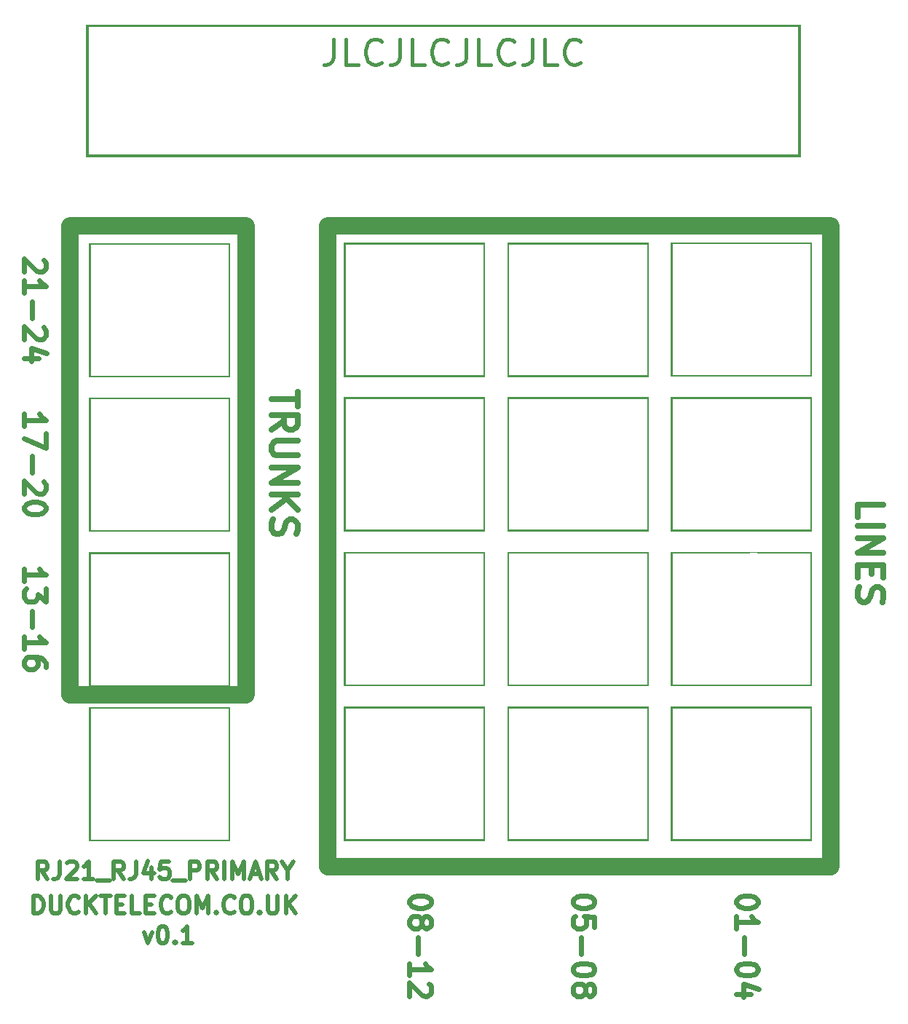
<source format=gto>
%TF.GenerationSoftware,KiCad,Pcbnew,(5.1.10-1-10_14)*%
%TF.CreationDate,2022-02-09T21:22:39+00:00*%
%TF.ProjectId,RJ21_RJ45_PRIMARY_BREAKOUT,524a3231-5f52-44a3-9435-5f5052494d41,rev?*%
%TF.SameCoordinates,Original*%
%TF.FileFunction,Legend,Top*%
%TF.FilePolarity,Positive*%
%FSLAX46Y46*%
G04 Gerber Fmt 4.6, Leading zero omitted, Abs format (unit mm)*
G04 Created by KiCad (PCBNEW (5.1.10-1-10_14)) date 2022-02-09 21:22:39*
%MOMM*%
%LPD*%
G01*
G04 APERTURE LIST*
%ADD10C,0.500000*%
%ADD11C,0.600000*%
%ADD12C,0.700000*%
%ADD13C,2.000000*%
%ADD14C,0.010000*%
%ADD15C,0.400000*%
%ADD16C,3.200000*%
%ADD17C,3.100000*%
%ADD18C,1.600000*%
%ADD19C,4.500000*%
%ADD20C,1.500000*%
G04 APERTURE END LIST*
D10*
X111309523Y-153404761D02*
X111309523Y-151404761D01*
X111785714Y-151404761D01*
X112071428Y-151500000D01*
X112261904Y-151690476D01*
X112357142Y-151880952D01*
X112452380Y-152261904D01*
X112452380Y-152547619D01*
X112357142Y-152928571D01*
X112261904Y-153119047D01*
X112071428Y-153309523D01*
X111785714Y-153404761D01*
X111309523Y-153404761D01*
X113309523Y-151404761D02*
X113309523Y-153023809D01*
X113404761Y-153214285D01*
X113500000Y-153309523D01*
X113690476Y-153404761D01*
X114071428Y-153404761D01*
X114261904Y-153309523D01*
X114357142Y-153214285D01*
X114452380Y-153023809D01*
X114452380Y-151404761D01*
X116547619Y-153214285D02*
X116452380Y-153309523D01*
X116166666Y-153404761D01*
X115976190Y-153404761D01*
X115690476Y-153309523D01*
X115500000Y-153119047D01*
X115404761Y-152928571D01*
X115309523Y-152547619D01*
X115309523Y-152261904D01*
X115404761Y-151880952D01*
X115500000Y-151690476D01*
X115690476Y-151500000D01*
X115976190Y-151404761D01*
X116166666Y-151404761D01*
X116452380Y-151500000D01*
X116547619Y-151595238D01*
X117404761Y-153404761D02*
X117404761Y-151404761D01*
X118547619Y-153404761D02*
X117690476Y-152261904D01*
X118547619Y-151404761D02*
X117404761Y-152547619D01*
X119119047Y-151404761D02*
X120261904Y-151404761D01*
X119690476Y-153404761D02*
X119690476Y-151404761D01*
X120928571Y-152357142D02*
X121595238Y-152357142D01*
X121880952Y-153404761D02*
X120928571Y-153404761D01*
X120928571Y-151404761D01*
X121880952Y-151404761D01*
X123690476Y-153404761D02*
X122738095Y-153404761D01*
X122738095Y-151404761D01*
X124357142Y-152357142D02*
X125023809Y-152357142D01*
X125309523Y-153404761D02*
X124357142Y-153404761D01*
X124357142Y-151404761D01*
X125309523Y-151404761D01*
X127309523Y-153214285D02*
X127214285Y-153309523D01*
X126928571Y-153404761D01*
X126738095Y-153404761D01*
X126452380Y-153309523D01*
X126261904Y-153119047D01*
X126166666Y-152928571D01*
X126071428Y-152547619D01*
X126071428Y-152261904D01*
X126166666Y-151880952D01*
X126261904Y-151690476D01*
X126452380Y-151500000D01*
X126738095Y-151404761D01*
X126928571Y-151404761D01*
X127214285Y-151500000D01*
X127309523Y-151595238D01*
X128547619Y-151404761D02*
X128928571Y-151404761D01*
X129119047Y-151500000D01*
X129309523Y-151690476D01*
X129404761Y-152071428D01*
X129404761Y-152738095D01*
X129309523Y-153119047D01*
X129119047Y-153309523D01*
X128928571Y-153404761D01*
X128547619Y-153404761D01*
X128357142Y-153309523D01*
X128166666Y-153119047D01*
X128071428Y-152738095D01*
X128071428Y-152071428D01*
X128166666Y-151690476D01*
X128357142Y-151500000D01*
X128547619Y-151404761D01*
X130261904Y-153404761D02*
X130261904Y-151404761D01*
X130928571Y-152833333D01*
X131595238Y-151404761D01*
X131595238Y-153404761D01*
X132547619Y-153214285D02*
X132642857Y-153309523D01*
X132547619Y-153404761D01*
X132452380Y-153309523D01*
X132547619Y-153214285D01*
X132547619Y-153404761D01*
X134642857Y-153214285D02*
X134547619Y-153309523D01*
X134261904Y-153404761D01*
X134071428Y-153404761D01*
X133785714Y-153309523D01*
X133595238Y-153119047D01*
X133500000Y-152928571D01*
X133404761Y-152547619D01*
X133404761Y-152261904D01*
X133500000Y-151880952D01*
X133595238Y-151690476D01*
X133785714Y-151500000D01*
X134071428Y-151404761D01*
X134261904Y-151404761D01*
X134547619Y-151500000D01*
X134642857Y-151595238D01*
X135880952Y-151404761D02*
X136261904Y-151404761D01*
X136452380Y-151500000D01*
X136642857Y-151690476D01*
X136738095Y-152071428D01*
X136738095Y-152738095D01*
X136642857Y-153119047D01*
X136452380Y-153309523D01*
X136261904Y-153404761D01*
X135880952Y-153404761D01*
X135690476Y-153309523D01*
X135500000Y-153119047D01*
X135404761Y-152738095D01*
X135404761Y-152071428D01*
X135500000Y-151690476D01*
X135690476Y-151500000D01*
X135880952Y-151404761D01*
X137595238Y-153214285D02*
X137690476Y-153309523D01*
X137595238Y-153404761D01*
X137500000Y-153309523D01*
X137595238Y-153214285D01*
X137595238Y-153404761D01*
X138547619Y-151404761D02*
X138547619Y-153023809D01*
X138642857Y-153214285D01*
X138738095Y-153309523D01*
X138928571Y-153404761D01*
X139309523Y-153404761D01*
X139500000Y-153309523D01*
X139595238Y-153214285D01*
X139690476Y-153023809D01*
X139690476Y-151404761D01*
X140642857Y-153404761D02*
X140642857Y-151404761D01*
X141785714Y-153404761D02*
X140928571Y-152261904D01*
X141785714Y-151404761D02*
X140642857Y-152547619D01*
X124142857Y-155571428D02*
X124619047Y-156904761D01*
X125095238Y-155571428D01*
X126238095Y-154904761D02*
X126428571Y-154904761D01*
X126619047Y-155000000D01*
X126714285Y-155095238D01*
X126809523Y-155285714D01*
X126904761Y-155666666D01*
X126904761Y-156142857D01*
X126809523Y-156523809D01*
X126714285Y-156714285D01*
X126619047Y-156809523D01*
X126428571Y-156904761D01*
X126238095Y-156904761D01*
X126047619Y-156809523D01*
X125952380Y-156714285D01*
X125857142Y-156523809D01*
X125761904Y-156142857D01*
X125761904Y-155666666D01*
X125857142Y-155285714D01*
X125952380Y-155095238D01*
X126047619Y-155000000D01*
X126238095Y-154904761D01*
X127761904Y-156714285D02*
X127857142Y-156809523D01*
X127761904Y-156904761D01*
X127666666Y-156809523D01*
X127761904Y-156714285D01*
X127761904Y-156904761D01*
X129761904Y-156904761D02*
X128619047Y-156904761D01*
X129190476Y-156904761D02*
X129190476Y-154904761D01*
X129000000Y-155190476D01*
X128809523Y-155380952D01*
X128619047Y-155476190D01*
X112928571Y-149404761D02*
X112261904Y-148452380D01*
X111785714Y-149404761D02*
X111785714Y-147404761D01*
X112547619Y-147404761D01*
X112738095Y-147500000D01*
X112833333Y-147595238D01*
X112928571Y-147785714D01*
X112928571Y-148071428D01*
X112833333Y-148261904D01*
X112738095Y-148357142D01*
X112547619Y-148452380D01*
X111785714Y-148452380D01*
X114357142Y-147404761D02*
X114357142Y-148833333D01*
X114261904Y-149119047D01*
X114071428Y-149309523D01*
X113785714Y-149404761D01*
X113595238Y-149404761D01*
X115214285Y-147595238D02*
X115309523Y-147500000D01*
X115500000Y-147404761D01*
X115976190Y-147404761D01*
X116166666Y-147500000D01*
X116261904Y-147595238D01*
X116357142Y-147785714D01*
X116357142Y-147976190D01*
X116261904Y-148261904D01*
X115119047Y-149404761D01*
X116357142Y-149404761D01*
X118261904Y-149404761D02*
X117119047Y-149404761D01*
X117690476Y-149404761D02*
X117690476Y-147404761D01*
X117500000Y-147690476D01*
X117309523Y-147880952D01*
X117119047Y-147976190D01*
X118642857Y-149595238D02*
X120166666Y-149595238D01*
X121785714Y-149404761D02*
X121119047Y-148452380D01*
X120642857Y-149404761D02*
X120642857Y-147404761D01*
X121404761Y-147404761D01*
X121595238Y-147500000D01*
X121690476Y-147595238D01*
X121785714Y-147785714D01*
X121785714Y-148071428D01*
X121690476Y-148261904D01*
X121595238Y-148357142D01*
X121404761Y-148452380D01*
X120642857Y-148452380D01*
X123214285Y-147404761D02*
X123214285Y-148833333D01*
X123119047Y-149119047D01*
X122928571Y-149309523D01*
X122642857Y-149404761D01*
X122452380Y-149404761D01*
X125023809Y-148071428D02*
X125023809Y-149404761D01*
X124547619Y-147309523D02*
X124071428Y-148738095D01*
X125309523Y-148738095D01*
X127023809Y-147404761D02*
X126071428Y-147404761D01*
X125976190Y-148357142D01*
X126071428Y-148261904D01*
X126261904Y-148166666D01*
X126738095Y-148166666D01*
X126928571Y-148261904D01*
X127023809Y-148357142D01*
X127119047Y-148547619D01*
X127119047Y-149023809D01*
X127023809Y-149214285D01*
X126928571Y-149309523D01*
X126738095Y-149404761D01*
X126261904Y-149404761D01*
X126071428Y-149309523D01*
X125976190Y-149214285D01*
X127500000Y-149595238D02*
X129023809Y-149595238D01*
X129500000Y-149404761D02*
X129500000Y-147404761D01*
X130261904Y-147404761D01*
X130452380Y-147500000D01*
X130547619Y-147595238D01*
X130642857Y-147785714D01*
X130642857Y-148071428D01*
X130547619Y-148261904D01*
X130452380Y-148357142D01*
X130261904Y-148452380D01*
X129500000Y-148452380D01*
X132642857Y-149404761D02*
X131976190Y-148452380D01*
X131500000Y-149404761D02*
X131500000Y-147404761D01*
X132261904Y-147404761D01*
X132452380Y-147500000D01*
X132547619Y-147595238D01*
X132642857Y-147785714D01*
X132642857Y-148071428D01*
X132547619Y-148261904D01*
X132452380Y-148357142D01*
X132261904Y-148452380D01*
X131500000Y-148452380D01*
X133500000Y-149404761D02*
X133500000Y-147404761D01*
X134452380Y-149404761D02*
X134452380Y-147404761D01*
X135119047Y-148833333D01*
X135785714Y-147404761D01*
X135785714Y-149404761D01*
X136642857Y-148833333D02*
X137595238Y-148833333D01*
X136452380Y-149404761D02*
X137119047Y-147404761D01*
X137785714Y-149404761D01*
X139595238Y-149404761D02*
X138928571Y-148452380D01*
X138452380Y-149404761D02*
X138452380Y-147404761D01*
X139214285Y-147404761D01*
X139404761Y-147500000D01*
X139500000Y-147595238D01*
X139595238Y-147785714D01*
X139595238Y-148071428D01*
X139500000Y-148261904D01*
X139404761Y-148357142D01*
X139214285Y-148452380D01*
X138452380Y-148452380D01*
X140833333Y-148452380D02*
X140833333Y-149404761D01*
X140166666Y-147404761D02*
X140833333Y-148452380D01*
X141500000Y-147404761D01*
D11*
X110217040Y-114786589D02*
X110217040Y-113358017D01*
X110217040Y-114072303D02*
X112717040Y-114072303D01*
X112359897Y-113834208D01*
X112121802Y-113596112D01*
X112002754Y-113358017D01*
X112717040Y-115619922D02*
X112717040Y-117167541D01*
X111764659Y-116334208D01*
X111764659Y-116691351D01*
X111645612Y-116929446D01*
X111526564Y-117048493D01*
X111288469Y-117167541D01*
X110693231Y-117167541D01*
X110455135Y-117048493D01*
X110336088Y-116929446D01*
X110217040Y-116691351D01*
X110217040Y-115977065D01*
X110336088Y-115738970D01*
X110455135Y-115619922D01*
X111169421Y-118238970D02*
X111169421Y-120143731D01*
X110217040Y-122643731D02*
X110217040Y-121215160D01*
X110217040Y-121929446D02*
X112717040Y-121929446D01*
X112359897Y-121691351D01*
X112121802Y-121453255D01*
X112002754Y-121215160D01*
X112717040Y-124786589D02*
X112717040Y-124310398D01*
X112597993Y-124072303D01*
X112478945Y-123953255D01*
X112121802Y-123715160D01*
X111645612Y-123596112D01*
X110693231Y-123596112D01*
X110455135Y-123715160D01*
X110336088Y-123834208D01*
X110217040Y-124072303D01*
X110217040Y-124548493D01*
X110336088Y-124786589D01*
X110455135Y-124905636D01*
X110693231Y-125024684D01*
X111288469Y-125024684D01*
X111526564Y-124905636D01*
X111645612Y-124786589D01*
X111764659Y-124548493D01*
X111764659Y-124072303D01*
X111645612Y-123834208D01*
X111526564Y-123715160D01*
X111288469Y-123596112D01*
X110217040Y-96786589D02*
X110217040Y-95358017D01*
X110217040Y-96072303D02*
X112717040Y-96072303D01*
X112359897Y-95834208D01*
X112121802Y-95596112D01*
X112002754Y-95358017D01*
X112717040Y-97619922D02*
X112717040Y-99286589D01*
X110217040Y-98215160D01*
X111169421Y-100238970D02*
X111169421Y-102143731D01*
X112478945Y-103215160D02*
X112597993Y-103334208D01*
X112717040Y-103572303D01*
X112717040Y-104167541D01*
X112597993Y-104405636D01*
X112478945Y-104524684D01*
X112240850Y-104643731D01*
X112002754Y-104643731D01*
X111645612Y-104524684D01*
X110217040Y-103096112D01*
X110217040Y-104643731D01*
X112717040Y-106191351D02*
X112717040Y-106429446D01*
X112597993Y-106667541D01*
X112478945Y-106786589D01*
X112240850Y-106905636D01*
X111764659Y-107024684D01*
X111169421Y-107024684D01*
X110693231Y-106905636D01*
X110455135Y-106786589D01*
X110336088Y-106667541D01*
X110217040Y-106429446D01*
X110217040Y-106191351D01*
X110336088Y-105953255D01*
X110455135Y-105834208D01*
X110693231Y-105715160D01*
X111169421Y-105596112D01*
X111764659Y-105596112D01*
X112240850Y-105715160D01*
X112478945Y-105834208D01*
X112597993Y-105953255D01*
X112717040Y-106191351D01*
X112478945Y-77428017D02*
X112597993Y-77547065D01*
X112717040Y-77785160D01*
X112717040Y-78380398D01*
X112597993Y-78618493D01*
X112478945Y-78737541D01*
X112240850Y-78856589D01*
X112002754Y-78856589D01*
X111645612Y-78737541D01*
X110217040Y-77308970D01*
X110217040Y-78856589D01*
X110217040Y-81237541D02*
X110217040Y-79808970D01*
X110217040Y-80523255D02*
X112717040Y-80523255D01*
X112359897Y-80285160D01*
X112121802Y-80047065D01*
X112002754Y-79808970D01*
X111169421Y-82308970D02*
X111169421Y-84213731D01*
X112478945Y-85285160D02*
X112597993Y-85404208D01*
X112717040Y-85642303D01*
X112717040Y-86237541D01*
X112597993Y-86475636D01*
X112478945Y-86594684D01*
X112240850Y-86713731D01*
X112002754Y-86713731D01*
X111645612Y-86594684D01*
X110217040Y-85166112D01*
X110217040Y-86713731D01*
X111883707Y-88856589D02*
X110217040Y-88856589D01*
X112836088Y-88261351D02*
X111050373Y-87666112D01*
X111050373Y-89213731D01*
X157521054Y-151953255D02*
X157521054Y-152191351D01*
X157402007Y-152429446D01*
X157282959Y-152548493D01*
X157044864Y-152667541D01*
X156568673Y-152786589D01*
X155973435Y-152786589D01*
X155497245Y-152667541D01*
X155259149Y-152548493D01*
X155140102Y-152429446D01*
X155021054Y-152191351D01*
X155021054Y-151953255D01*
X155140102Y-151715160D01*
X155259149Y-151596112D01*
X155497245Y-151477065D01*
X155973435Y-151358017D01*
X156568673Y-151358017D01*
X157044864Y-151477065D01*
X157282959Y-151596112D01*
X157402007Y-151715160D01*
X157521054Y-151953255D01*
X156449626Y-154215160D02*
X156568673Y-153977065D01*
X156687721Y-153858017D01*
X156925816Y-153738970D01*
X157044864Y-153738970D01*
X157282959Y-153858017D01*
X157402007Y-153977065D01*
X157521054Y-154215160D01*
X157521054Y-154691351D01*
X157402007Y-154929446D01*
X157282959Y-155048493D01*
X157044864Y-155167541D01*
X156925816Y-155167541D01*
X156687721Y-155048493D01*
X156568673Y-154929446D01*
X156449626Y-154691351D01*
X156449626Y-154215160D01*
X156330578Y-153977065D01*
X156211530Y-153858017D01*
X155973435Y-153738970D01*
X155497245Y-153738970D01*
X155259149Y-153858017D01*
X155140102Y-153977065D01*
X155021054Y-154215160D01*
X155021054Y-154691351D01*
X155140102Y-154929446D01*
X155259149Y-155048493D01*
X155497245Y-155167541D01*
X155973435Y-155167541D01*
X156211530Y-155048493D01*
X156330578Y-154929446D01*
X156449626Y-154691351D01*
X155973435Y-156238970D02*
X155973435Y-158143731D01*
X155021054Y-160643731D02*
X155021054Y-159215160D01*
X155021054Y-159929446D02*
X157521054Y-159929446D01*
X157163911Y-159691351D01*
X156925816Y-159453255D01*
X156806768Y-159215160D01*
X157282959Y-161596112D02*
X157402007Y-161715160D01*
X157521054Y-161953255D01*
X157521054Y-162548493D01*
X157402007Y-162786589D01*
X157282959Y-162905636D01*
X157044864Y-163024684D01*
X156806768Y-163024684D01*
X156449626Y-162905636D01*
X155021054Y-161477065D01*
X155021054Y-163024684D01*
X176521054Y-151953255D02*
X176521054Y-152191351D01*
X176402007Y-152429446D01*
X176282959Y-152548493D01*
X176044864Y-152667541D01*
X175568673Y-152786589D01*
X174973435Y-152786589D01*
X174497245Y-152667541D01*
X174259149Y-152548493D01*
X174140102Y-152429446D01*
X174021054Y-152191351D01*
X174021054Y-151953255D01*
X174140102Y-151715160D01*
X174259149Y-151596112D01*
X174497245Y-151477065D01*
X174973435Y-151358017D01*
X175568673Y-151358017D01*
X176044864Y-151477065D01*
X176282959Y-151596112D01*
X176402007Y-151715160D01*
X176521054Y-151953255D01*
X176521054Y-155048493D02*
X176521054Y-153858017D01*
X175330578Y-153738970D01*
X175449626Y-153858017D01*
X175568673Y-154096112D01*
X175568673Y-154691351D01*
X175449626Y-154929446D01*
X175330578Y-155048493D01*
X175092483Y-155167541D01*
X174497245Y-155167541D01*
X174259149Y-155048493D01*
X174140102Y-154929446D01*
X174021054Y-154691351D01*
X174021054Y-154096112D01*
X174140102Y-153858017D01*
X174259149Y-153738970D01*
X174973435Y-156238970D02*
X174973435Y-158143731D01*
X176521054Y-159810398D02*
X176521054Y-160048493D01*
X176402007Y-160286589D01*
X176282959Y-160405636D01*
X176044864Y-160524684D01*
X175568673Y-160643731D01*
X174973435Y-160643731D01*
X174497245Y-160524684D01*
X174259149Y-160405636D01*
X174140102Y-160286589D01*
X174021054Y-160048493D01*
X174021054Y-159810398D01*
X174140102Y-159572303D01*
X174259149Y-159453255D01*
X174497245Y-159334208D01*
X174973435Y-159215160D01*
X175568673Y-159215160D01*
X176044864Y-159334208D01*
X176282959Y-159453255D01*
X176402007Y-159572303D01*
X176521054Y-159810398D01*
X175449626Y-162072303D02*
X175568673Y-161834208D01*
X175687721Y-161715160D01*
X175925816Y-161596112D01*
X176044864Y-161596112D01*
X176282959Y-161715160D01*
X176402007Y-161834208D01*
X176521054Y-162072303D01*
X176521054Y-162548493D01*
X176402007Y-162786589D01*
X176282959Y-162905636D01*
X176044864Y-163024684D01*
X175925816Y-163024684D01*
X175687721Y-162905636D01*
X175568673Y-162786589D01*
X175449626Y-162548493D01*
X175449626Y-162072303D01*
X175330578Y-161834208D01*
X175211530Y-161715160D01*
X174973435Y-161596112D01*
X174497245Y-161596112D01*
X174259149Y-161715160D01*
X174140102Y-161834208D01*
X174021054Y-162072303D01*
X174021054Y-162548493D01*
X174140102Y-162786589D01*
X174259149Y-162905636D01*
X174497245Y-163024684D01*
X174973435Y-163024684D01*
X175211530Y-162905636D01*
X175330578Y-162786589D01*
X175449626Y-162548493D01*
D12*
X141990850Y-92762779D02*
X141990850Y-94477065D01*
X138990850Y-93619922D02*
X141990850Y-93619922D01*
X138990850Y-97191351D02*
X140419421Y-96191351D01*
X138990850Y-95477065D02*
X141990850Y-95477065D01*
X141990850Y-96619922D01*
X141847993Y-96905636D01*
X141705135Y-97048493D01*
X141419421Y-97191351D01*
X140990850Y-97191351D01*
X140705135Y-97048493D01*
X140562278Y-96905636D01*
X140419421Y-96619922D01*
X140419421Y-95477065D01*
X141990850Y-98477065D02*
X139562278Y-98477065D01*
X139276564Y-98619922D01*
X139133707Y-98762779D01*
X138990850Y-99048493D01*
X138990850Y-99619922D01*
X139133707Y-99905636D01*
X139276564Y-100048493D01*
X139562278Y-100191351D01*
X141990850Y-100191351D01*
X138990850Y-101619922D02*
X141990850Y-101619922D01*
X138990850Y-103334208D01*
X141990850Y-103334208D01*
X138990850Y-104762779D02*
X141990850Y-104762779D01*
X138990850Y-106477065D02*
X140705135Y-105191351D01*
X141990850Y-106477065D02*
X140276564Y-104762779D01*
X139133707Y-107619922D02*
X138990850Y-108048493D01*
X138990850Y-108762779D01*
X139133707Y-109048493D01*
X139276564Y-109191351D01*
X139562278Y-109334208D01*
X139847993Y-109334208D01*
X140133707Y-109191351D01*
X140276564Y-109048493D01*
X140419421Y-108762779D01*
X140562278Y-108191351D01*
X140705135Y-107905636D01*
X140847993Y-107762779D01*
X141133707Y-107619922D01*
X141419421Y-107619922D01*
X141705135Y-107762779D01*
X141847993Y-107905636D01*
X141990850Y-108191351D01*
X141990850Y-108905636D01*
X141847993Y-109334208D01*
X207142857Y-107357142D02*
X207142857Y-105928571D01*
X210142857Y-105928571D01*
X207142857Y-108357142D02*
X210142857Y-108357142D01*
X207142857Y-109785714D02*
X210142857Y-109785714D01*
X207142857Y-111500000D01*
X210142857Y-111500000D01*
X208714285Y-112928571D02*
X208714285Y-113928571D01*
X207142857Y-114357142D02*
X207142857Y-112928571D01*
X210142857Y-112928571D01*
X210142857Y-114357142D01*
X207285714Y-115500000D02*
X207142857Y-115928571D01*
X207142857Y-116642857D01*
X207285714Y-116928571D01*
X207428571Y-117071428D01*
X207714285Y-117214285D01*
X208000000Y-117214285D01*
X208285714Y-117071428D01*
X208428571Y-116928571D01*
X208571428Y-116642857D01*
X208714285Y-116071428D01*
X208857142Y-115785714D01*
X209000000Y-115642857D01*
X209285714Y-115500000D01*
X209571428Y-115500000D01*
X209857142Y-115642857D01*
X210000000Y-115785714D01*
X210142857Y-116071428D01*
X210142857Y-116785714D01*
X210000000Y-117214285D01*
D13*
X136000000Y-128000000D02*
X115500000Y-128000000D01*
X136000000Y-73500000D02*
X115500000Y-73500000D01*
X115500000Y-128000000D02*
X115500000Y-73500000D01*
X136000000Y-128000000D02*
X136000000Y-73500000D01*
X145500000Y-148000000D02*
X145500000Y-73500000D01*
X204000000Y-148000000D02*
X204000000Y-73500000D01*
X145500000Y-148000000D02*
X204000000Y-148000000D01*
X145500000Y-73500000D02*
X204000000Y-73500000D01*
D11*
X195521054Y-151953255D02*
X195521054Y-152191351D01*
X195402007Y-152429446D01*
X195282959Y-152548493D01*
X195044864Y-152667541D01*
X194568673Y-152786589D01*
X193973435Y-152786589D01*
X193497245Y-152667541D01*
X193259149Y-152548493D01*
X193140102Y-152429446D01*
X193021054Y-152191351D01*
X193021054Y-151953255D01*
X193140102Y-151715160D01*
X193259149Y-151596112D01*
X193497245Y-151477065D01*
X193973435Y-151358017D01*
X194568673Y-151358017D01*
X195044864Y-151477065D01*
X195282959Y-151596112D01*
X195402007Y-151715160D01*
X195521054Y-151953255D01*
X193021054Y-155167541D02*
X193021054Y-153738970D01*
X193021054Y-154453255D02*
X195521054Y-154453255D01*
X195163911Y-154215160D01*
X194925816Y-153977065D01*
X194806768Y-153738970D01*
X193973435Y-156238970D02*
X193973435Y-158143731D01*
X195521054Y-159810398D02*
X195521054Y-160048493D01*
X195402007Y-160286589D01*
X195282959Y-160405636D01*
X195044864Y-160524684D01*
X194568673Y-160643731D01*
X193973435Y-160643731D01*
X193497245Y-160524684D01*
X193259149Y-160405636D01*
X193140102Y-160286589D01*
X193021054Y-160048493D01*
X193021054Y-159810398D01*
X193140102Y-159572303D01*
X193259149Y-159453255D01*
X193497245Y-159334208D01*
X193973435Y-159215160D01*
X194568673Y-159215160D01*
X195044864Y-159334208D01*
X195282959Y-159453255D01*
X195402007Y-159572303D01*
X195521054Y-159810398D01*
X194687721Y-162786589D02*
X193021054Y-162786589D01*
X195640102Y-162191351D02*
X193854387Y-161596112D01*
X193854387Y-163143731D01*
D14*
%TO.C,J1*%
G36*
X201745674Y-75402017D02*
G01*
X201745674Y-90938351D01*
X185532007Y-90938351D01*
X185532007Y-90811351D01*
X201639841Y-90811351D01*
X201639841Y-75507851D01*
X185532007Y-75507851D01*
X185532007Y-90811351D01*
X185532007Y-90938351D01*
X185405007Y-90938351D01*
X185405007Y-75402017D01*
X201745674Y-75402017D01*
G37*
X201745674Y-75402017D02*
X201745674Y-90938351D01*
X185532007Y-90938351D01*
X185532007Y-90811351D01*
X201639841Y-90811351D01*
X201639841Y-75507851D01*
X185532007Y-75507851D01*
X185532007Y-90811351D01*
X185532007Y-90938351D01*
X185405007Y-90938351D01*
X185405007Y-75402017D01*
X201745674Y-75402017D01*
%TO.C,J2*%
G36*
X201745674Y-93402017D02*
G01*
X201745674Y-108938351D01*
X185532007Y-108938351D01*
X185532007Y-108811351D01*
X201639841Y-108811351D01*
X201639841Y-93507851D01*
X185532007Y-93507851D01*
X185532007Y-108811351D01*
X185532007Y-108938351D01*
X185405007Y-108938351D01*
X185405007Y-93402017D01*
X201745674Y-93402017D01*
G37*
X201745674Y-93402017D02*
X201745674Y-108938351D01*
X185532007Y-108938351D01*
X185532007Y-108811351D01*
X201639841Y-108811351D01*
X201639841Y-93507851D01*
X185532007Y-93507851D01*
X185532007Y-108811351D01*
X185532007Y-108938351D01*
X185405007Y-108938351D01*
X185405007Y-93402017D01*
X201745674Y-93402017D01*
%TO.C,J3*%
G36*
X201745674Y-111402017D02*
G01*
X201745674Y-126938351D01*
X185532007Y-126938351D01*
X185532007Y-126811351D01*
X201639841Y-126811351D01*
X201639841Y-111507851D01*
X185532007Y-111507851D01*
X185532007Y-126811351D01*
X185532007Y-126938351D01*
X185405007Y-126938351D01*
X185405007Y-111402017D01*
X201745674Y-111402017D01*
G37*
X201745674Y-111402017D02*
X201745674Y-126938351D01*
X185532007Y-126938351D01*
X185532007Y-126811351D01*
X201639841Y-126811351D01*
X201639841Y-111507851D01*
X185532007Y-111507851D01*
X185532007Y-126811351D01*
X185532007Y-126938351D01*
X185405007Y-126938351D01*
X185405007Y-111402017D01*
X201745674Y-111402017D01*
%TO.C,J4*%
G36*
X201745674Y-129402017D02*
G01*
X201745674Y-144938351D01*
X185532007Y-144938351D01*
X185532007Y-144811351D01*
X201639841Y-144811351D01*
X201639841Y-129507851D01*
X185532007Y-129507851D01*
X185532007Y-144811351D01*
X185532007Y-144938351D01*
X185405007Y-144938351D01*
X185405007Y-129402017D01*
X201745674Y-129402017D01*
G37*
X201745674Y-129402017D02*
X201745674Y-144938351D01*
X185532007Y-144938351D01*
X185532007Y-144811351D01*
X201639841Y-144811351D01*
X201639841Y-129507851D01*
X185532007Y-129507851D01*
X185532007Y-144811351D01*
X185532007Y-144938351D01*
X185405007Y-144938351D01*
X185405007Y-129402017D01*
X201745674Y-129402017D01*
%TO.C,J5*%
G36*
X182745674Y-75472017D02*
G01*
X182745674Y-91008351D01*
X166532007Y-91008351D01*
X166532007Y-90881351D01*
X182639841Y-90881351D01*
X182639841Y-75577851D01*
X166532007Y-75577851D01*
X166532007Y-90881351D01*
X166532007Y-91008351D01*
X166405007Y-91008351D01*
X166405007Y-75472017D01*
X182745674Y-75472017D01*
G37*
X182745674Y-75472017D02*
X182745674Y-91008351D01*
X166532007Y-91008351D01*
X166532007Y-90881351D01*
X182639841Y-90881351D01*
X182639841Y-75577851D01*
X166532007Y-75577851D01*
X166532007Y-90881351D01*
X166532007Y-91008351D01*
X166405007Y-91008351D01*
X166405007Y-75472017D01*
X182745674Y-75472017D01*
%TO.C,J6*%
G36*
X182745674Y-93402017D02*
G01*
X182745674Y-108938351D01*
X166532007Y-108938351D01*
X166532007Y-108811351D01*
X182639841Y-108811351D01*
X182639841Y-93507851D01*
X166532007Y-93507851D01*
X166532007Y-108811351D01*
X166532007Y-108938351D01*
X166405007Y-108938351D01*
X166405007Y-93402017D01*
X182745674Y-93402017D01*
G37*
X182745674Y-93402017D02*
X182745674Y-108938351D01*
X166532007Y-108938351D01*
X166532007Y-108811351D01*
X182639841Y-108811351D01*
X182639841Y-93507851D01*
X166532007Y-93507851D01*
X166532007Y-108811351D01*
X166532007Y-108938351D01*
X166405007Y-108938351D01*
X166405007Y-93402017D01*
X182745674Y-93402017D01*
%TO.C,J7*%
G36*
X182745674Y-111402017D02*
G01*
X182745674Y-126938351D01*
X166532007Y-126938351D01*
X166532007Y-126811351D01*
X182639841Y-126811351D01*
X182639841Y-111507851D01*
X166532007Y-111507851D01*
X166532007Y-126811351D01*
X166532007Y-126938351D01*
X166405007Y-126938351D01*
X166405007Y-111402017D01*
X182745674Y-111402017D01*
G37*
X182745674Y-111402017D02*
X182745674Y-126938351D01*
X166532007Y-126938351D01*
X166532007Y-126811351D01*
X182639841Y-126811351D01*
X182639841Y-111507851D01*
X166532007Y-111507851D01*
X166532007Y-126811351D01*
X166532007Y-126938351D01*
X166405007Y-126938351D01*
X166405007Y-111402017D01*
X182745674Y-111402017D01*
%TO.C,J8*%
G36*
X182745674Y-129402017D02*
G01*
X182745674Y-144938351D01*
X166532007Y-144938351D01*
X166532007Y-144811351D01*
X182639841Y-144811351D01*
X182639841Y-129507851D01*
X166532007Y-129507851D01*
X166532007Y-144811351D01*
X166532007Y-144938351D01*
X166405007Y-144938351D01*
X166405007Y-129402017D01*
X182745674Y-129402017D01*
G37*
X182745674Y-129402017D02*
X182745674Y-144938351D01*
X166532007Y-144938351D01*
X166532007Y-144811351D01*
X182639841Y-144811351D01*
X182639841Y-129507851D01*
X166532007Y-129507851D01*
X166532007Y-144811351D01*
X166532007Y-144938351D01*
X166405007Y-144938351D01*
X166405007Y-129402017D01*
X182745674Y-129402017D01*
%TO.C,J9*%
G36*
X163745674Y-75472017D02*
G01*
X163745674Y-91008351D01*
X147532007Y-91008351D01*
X147532007Y-90881351D01*
X163639841Y-90881351D01*
X163639841Y-75577851D01*
X147532007Y-75577851D01*
X147532007Y-90881351D01*
X147532007Y-91008351D01*
X147405007Y-91008351D01*
X147405007Y-75472017D01*
X163745674Y-75472017D01*
G37*
X163745674Y-75472017D02*
X163745674Y-91008351D01*
X147532007Y-91008351D01*
X147532007Y-90881351D01*
X163639841Y-90881351D01*
X163639841Y-75577851D01*
X147532007Y-75577851D01*
X147532007Y-90881351D01*
X147532007Y-91008351D01*
X147405007Y-91008351D01*
X147405007Y-75472017D01*
X163745674Y-75472017D01*
%TO.C,J10*%
G36*
X163745674Y-93402017D02*
G01*
X163745674Y-108938351D01*
X147532007Y-108938351D01*
X147532007Y-108811351D01*
X163639841Y-108811351D01*
X163639841Y-93507851D01*
X147532007Y-93507851D01*
X147532007Y-108811351D01*
X147532007Y-108938351D01*
X147405007Y-108938351D01*
X147405007Y-93402017D01*
X163745674Y-93402017D01*
G37*
X163745674Y-93402017D02*
X163745674Y-108938351D01*
X147532007Y-108938351D01*
X147532007Y-108811351D01*
X163639841Y-108811351D01*
X163639841Y-93507851D01*
X147532007Y-93507851D01*
X147532007Y-108811351D01*
X147532007Y-108938351D01*
X147405007Y-108938351D01*
X147405007Y-93402017D01*
X163745674Y-93402017D01*
%TO.C,J11*%
G36*
X163745674Y-111402017D02*
G01*
X163745674Y-126938351D01*
X147532007Y-126938351D01*
X147532007Y-126811351D01*
X163639841Y-126811351D01*
X163639841Y-111507851D01*
X147532007Y-111507851D01*
X147532007Y-126811351D01*
X147532007Y-126938351D01*
X147405007Y-126938351D01*
X147405007Y-111402017D01*
X163745674Y-111402017D01*
G37*
X163745674Y-111402017D02*
X163745674Y-126938351D01*
X147532007Y-126938351D01*
X147532007Y-126811351D01*
X163639841Y-126811351D01*
X163639841Y-111507851D01*
X147532007Y-111507851D01*
X147532007Y-126811351D01*
X147532007Y-126938351D01*
X147405007Y-126938351D01*
X147405007Y-111402017D01*
X163745674Y-111402017D01*
%TO.C,J12*%
G36*
X163745674Y-129402017D02*
G01*
X163745674Y-144938351D01*
X147532007Y-144938351D01*
X147532007Y-144811351D01*
X163639841Y-144811351D01*
X163639841Y-129507851D01*
X147532007Y-129507851D01*
X147532007Y-144811351D01*
X147532007Y-144938351D01*
X147405007Y-144938351D01*
X147405007Y-129402017D01*
X163745674Y-129402017D01*
G37*
X163745674Y-129402017D02*
X163745674Y-144938351D01*
X147532007Y-144938351D01*
X147532007Y-144811351D01*
X163639841Y-144811351D01*
X163639841Y-129507851D01*
X147532007Y-129507851D01*
X147532007Y-144811351D01*
X147532007Y-144938351D01*
X147405007Y-144938351D01*
X147405007Y-129402017D01*
X163745674Y-129402017D01*
%TO.C,J13*%
G36*
X117754326Y-126980685D02*
G01*
X117754326Y-111444351D01*
X133967993Y-111444351D01*
X133967993Y-111571351D01*
X117860159Y-111571351D01*
X117860159Y-126874851D01*
X133967993Y-126874851D01*
X133967993Y-111571351D01*
X133967993Y-111444351D01*
X134094993Y-111444351D01*
X134094993Y-126980685D01*
X117754326Y-126980685D01*
G37*
X117754326Y-126980685D02*
X117754326Y-111444351D01*
X133967993Y-111444351D01*
X133967993Y-111571351D01*
X117860159Y-111571351D01*
X117860159Y-126874851D01*
X133967993Y-126874851D01*
X133967993Y-111571351D01*
X133967993Y-111444351D01*
X134094993Y-111444351D01*
X134094993Y-126980685D01*
X117754326Y-126980685D01*
%TO.C,J14*%
G36*
X117754326Y-108980685D02*
G01*
X117754326Y-93444351D01*
X133967993Y-93444351D01*
X133967993Y-93571351D01*
X117860159Y-93571351D01*
X117860159Y-108874851D01*
X133967993Y-108874851D01*
X133967993Y-93571351D01*
X133967993Y-93444351D01*
X134094993Y-93444351D01*
X134094993Y-108980685D01*
X117754326Y-108980685D01*
G37*
X117754326Y-108980685D02*
X117754326Y-93444351D01*
X133967993Y-93444351D01*
X133967993Y-93571351D01*
X117860159Y-93571351D01*
X117860159Y-108874851D01*
X133967993Y-108874851D01*
X133967993Y-93571351D01*
X133967993Y-93444351D01*
X134094993Y-93444351D01*
X134094993Y-108980685D01*
X117754326Y-108980685D01*
%TO.C,J15*%
G36*
X117754326Y-91050685D02*
G01*
X117754326Y-75514351D01*
X133967993Y-75514351D01*
X133967993Y-75641351D01*
X117860159Y-75641351D01*
X117860159Y-90944851D01*
X133967993Y-90944851D01*
X133967993Y-75641351D01*
X133967993Y-75514351D01*
X134094993Y-75514351D01*
X134094993Y-91050685D01*
X117754326Y-91050685D01*
G37*
X117754326Y-91050685D02*
X117754326Y-75514351D01*
X133967993Y-75514351D01*
X133967993Y-75641351D01*
X117860159Y-75641351D01*
X117860159Y-90944851D01*
X133967993Y-90944851D01*
X133967993Y-75641351D01*
X133967993Y-75514351D01*
X134094993Y-75514351D01*
X134094993Y-91050685D01*
X117754326Y-91050685D01*
%TO.C,J17*%
G36*
X200450164Y-65420160D02*
G01*
X117434497Y-65420160D01*
X117434497Y-50307160D01*
X117646164Y-50307160D01*
X117646164Y-65187327D01*
X200217331Y-65187327D01*
X200217331Y-50307160D01*
X117646164Y-50307160D01*
X117434497Y-50307160D01*
X117434497Y-50095493D01*
X200450164Y-50095493D01*
X200450164Y-65420160D01*
G37*
X200450164Y-65420160D02*
X117434497Y-65420160D01*
X117434497Y-50307160D01*
X117646164Y-50307160D01*
X117646164Y-65187327D01*
X200217331Y-65187327D01*
X200217331Y-50307160D01*
X117646164Y-50307160D01*
X117434497Y-50307160D01*
X117434497Y-50095493D01*
X200450164Y-50095493D01*
X200450164Y-65420160D01*
%TO.C,J16*%
G36*
X117754326Y-144980685D02*
G01*
X117754326Y-129444351D01*
X133967993Y-129444351D01*
X133967993Y-129571351D01*
X117860159Y-129571351D01*
X117860159Y-144874851D01*
X133967993Y-144874851D01*
X133967993Y-129571351D01*
X133967993Y-129444351D01*
X134094993Y-129444351D01*
X134094993Y-144980685D01*
X117754326Y-144980685D01*
G37*
X117754326Y-144980685D02*
X117754326Y-129444351D01*
X133967993Y-129444351D01*
X133967993Y-129571351D01*
X117860159Y-129571351D01*
X117860159Y-144874851D01*
X133967993Y-144874851D01*
X133967993Y-129571351D01*
X133967993Y-129444351D01*
X134094993Y-129444351D01*
X134094993Y-144980685D01*
X117754326Y-144980685D01*
%TO.C,J17*%
D15*
X146182857Y-51787142D02*
X146182857Y-53930000D01*
X146040000Y-54358571D01*
X145754285Y-54644285D01*
X145325714Y-54787142D01*
X145040000Y-54787142D01*
X149040000Y-54787142D02*
X147611428Y-54787142D01*
X147611428Y-51787142D01*
X151754285Y-54501428D02*
X151611428Y-54644285D01*
X151182857Y-54787142D01*
X150897142Y-54787142D01*
X150468571Y-54644285D01*
X150182857Y-54358571D01*
X150040000Y-54072857D01*
X149897142Y-53501428D01*
X149897142Y-53072857D01*
X150040000Y-52501428D01*
X150182857Y-52215714D01*
X150468571Y-51930000D01*
X150897142Y-51787142D01*
X151182857Y-51787142D01*
X151611428Y-51930000D01*
X151754285Y-52072857D01*
X153897142Y-51787142D02*
X153897142Y-53930000D01*
X153754285Y-54358571D01*
X153468571Y-54644285D01*
X153040000Y-54787142D01*
X152754285Y-54787142D01*
X156754285Y-54787142D02*
X155325714Y-54787142D01*
X155325714Y-51787142D01*
X159468571Y-54501428D02*
X159325714Y-54644285D01*
X158897142Y-54787142D01*
X158611428Y-54787142D01*
X158182857Y-54644285D01*
X157897142Y-54358571D01*
X157754285Y-54072857D01*
X157611428Y-53501428D01*
X157611428Y-53072857D01*
X157754285Y-52501428D01*
X157897142Y-52215714D01*
X158182857Y-51930000D01*
X158611428Y-51787142D01*
X158897142Y-51787142D01*
X159325714Y-51930000D01*
X159468571Y-52072857D01*
X161611428Y-51787142D02*
X161611428Y-53930000D01*
X161468571Y-54358571D01*
X161182857Y-54644285D01*
X160754285Y-54787142D01*
X160468571Y-54787142D01*
X164468571Y-54787142D02*
X163040000Y-54787142D01*
X163040000Y-51787142D01*
X167182857Y-54501428D02*
X167040000Y-54644285D01*
X166611428Y-54787142D01*
X166325714Y-54787142D01*
X165897142Y-54644285D01*
X165611428Y-54358571D01*
X165468571Y-54072857D01*
X165325714Y-53501428D01*
X165325714Y-53072857D01*
X165468571Y-52501428D01*
X165611428Y-52215714D01*
X165897142Y-51930000D01*
X166325714Y-51787142D01*
X166611428Y-51787142D01*
X167040000Y-51930000D01*
X167182857Y-52072857D01*
X169325714Y-51787142D02*
X169325714Y-53930000D01*
X169182857Y-54358571D01*
X168897142Y-54644285D01*
X168468571Y-54787142D01*
X168182857Y-54787142D01*
X172182857Y-54787142D02*
X170754285Y-54787142D01*
X170754285Y-51787142D01*
X174897142Y-54501428D02*
X174754285Y-54644285D01*
X174325714Y-54787142D01*
X174040000Y-54787142D01*
X173611428Y-54644285D01*
X173325714Y-54358571D01*
X173182857Y-54072857D01*
X173040000Y-53501428D01*
X173040000Y-53072857D01*
X173182857Y-52501428D01*
X173325714Y-52215714D01*
X173611428Y-51930000D01*
X174040000Y-51787142D01*
X174325714Y-51787142D01*
X174754285Y-51930000D01*
X174897142Y-52072857D01*
%TD*%
%LPC*%
D16*
%TO.C,REF\u002A\u002A*%
X110000000Y-160000000D03*
%TD*%
%TO.C,REF\u002A\u002A*%
X210000000Y-160000000D03*
%TD*%
%TO.C,REF\u002A\u002A*%
X210000000Y-60000000D03*
%TD*%
%TO.C,REF\u002A\u002A*%
X110000000Y-60000000D03*
%TD*%
D17*
%TO.C,J1*%
X195500000Y-88930000D03*
X195500000Y-77500000D03*
D18*
X189150002Y-80040001D03*
X189150002Y-82580002D03*
X189150002Y-85120003D03*
X189150002Y-87660004D03*
X186610009Y-86390007D03*
X186610009Y-83850006D03*
X186610009Y-81310005D03*
X186610009Y-78770000D03*
%TD*%
D17*
%TO.C,J2*%
X195500000Y-106930000D03*
X195500000Y-95500000D03*
D18*
X189150002Y-98040001D03*
X189150002Y-100580002D03*
X189150002Y-103120003D03*
X189150002Y-105660004D03*
X186610009Y-104390007D03*
X186610009Y-101850006D03*
X186610009Y-99310005D03*
X186610009Y-96770000D03*
%TD*%
%TO.C,J3*%
X186610009Y-114770000D03*
X186610009Y-117310005D03*
X186610009Y-119850006D03*
X186610009Y-122390007D03*
X189150002Y-123660004D03*
X189150002Y-121120003D03*
X189150002Y-118580002D03*
X189150002Y-116040001D03*
D17*
X195000000Y-113000000D03*
X195500000Y-124930000D03*
%TD*%
%TO.C,J4*%
X195500000Y-142930000D03*
X195500000Y-131500000D03*
D18*
X189150002Y-134040001D03*
X189150002Y-136580002D03*
X189150002Y-139120003D03*
X189150002Y-141660004D03*
X186610009Y-140390007D03*
X186610009Y-137850006D03*
X186610009Y-135310005D03*
X186610009Y-132770000D03*
%TD*%
%TO.C,J5*%
X167610009Y-78840000D03*
X167610009Y-81380005D03*
X167610009Y-83920006D03*
X167610009Y-86460007D03*
X170150002Y-87730004D03*
X170150002Y-85190003D03*
X170150002Y-82650002D03*
X170150002Y-80110001D03*
D17*
X176500000Y-77570000D03*
X176500000Y-89000000D03*
%TD*%
%TO.C,J6*%
X176500000Y-106930000D03*
X176500000Y-95500000D03*
D18*
X170150002Y-98040001D03*
X170150002Y-100580002D03*
X170150002Y-103120003D03*
X170150002Y-105660004D03*
X167610009Y-104390007D03*
X167610009Y-101850006D03*
X167610009Y-99310005D03*
X167610009Y-96770000D03*
%TD*%
%TO.C,J7*%
X167610009Y-114770000D03*
X167610009Y-117310005D03*
X167610009Y-119850006D03*
X167610009Y-122390007D03*
X170150002Y-123660004D03*
X170150002Y-121120003D03*
X170150002Y-118580002D03*
X170150002Y-116040001D03*
D17*
X176500000Y-113500000D03*
X176500000Y-124930000D03*
%TD*%
%TO.C,J8*%
X176500000Y-142930000D03*
X176500000Y-131500000D03*
D18*
X170150002Y-134040001D03*
X170150002Y-136580002D03*
X170150002Y-139120003D03*
X170150002Y-141660004D03*
X167610009Y-140390007D03*
X167610009Y-137850006D03*
X167610009Y-135310005D03*
X167610009Y-132770000D03*
%TD*%
%TO.C,J9*%
X148610009Y-78840000D03*
X148610009Y-81380005D03*
X148610009Y-83920006D03*
X148610009Y-86460007D03*
X151150002Y-87730004D03*
X151150002Y-85190003D03*
X151150002Y-82650002D03*
X151150002Y-80110001D03*
D17*
X157500000Y-77570000D03*
X157500000Y-89000000D03*
%TD*%
%TO.C,J10*%
X157500000Y-106930000D03*
X157500000Y-95500000D03*
D18*
X151150002Y-98040001D03*
X151150002Y-100580002D03*
X151150002Y-103120003D03*
X151150002Y-105660004D03*
X148610009Y-104390007D03*
X148610009Y-101850006D03*
X148610009Y-99310005D03*
X148610009Y-96770000D03*
%TD*%
%TO.C,J11*%
X148610009Y-114770000D03*
X148610009Y-117310005D03*
X148610009Y-119850006D03*
X148610009Y-122390007D03*
X151150002Y-123660004D03*
X151150002Y-121120003D03*
X151150002Y-118580002D03*
X151150002Y-116040001D03*
D17*
X157500000Y-113500000D03*
X157500000Y-124930000D03*
%TD*%
%TO.C,J12*%
X157500000Y-142930000D03*
X157500000Y-131500000D03*
D18*
X151150002Y-134040001D03*
X151150002Y-136580002D03*
X151150002Y-139120003D03*
X151150002Y-141660004D03*
X148610009Y-140390007D03*
X148610009Y-137850006D03*
X148610009Y-135310005D03*
X148610009Y-132770000D03*
%TD*%
%TO.C,J13*%
X132889991Y-123612702D03*
X132889991Y-121072697D03*
X132889991Y-118532696D03*
X132889991Y-115992695D03*
X130349998Y-114722698D03*
X130349998Y-117262699D03*
X130349998Y-119802700D03*
X130349998Y-122342701D03*
D17*
X124000000Y-124882702D03*
X124000000Y-113452702D03*
%TD*%
%TO.C,J14*%
X124000000Y-95452702D03*
X124000000Y-106882702D03*
D18*
X130349998Y-104342701D03*
X130349998Y-101802700D03*
X130349998Y-99262699D03*
X130349998Y-96722698D03*
X132889991Y-97992695D03*
X132889991Y-100532696D03*
X132889991Y-103072697D03*
X132889991Y-105612702D03*
%TD*%
%TO.C,J15*%
X132889991Y-87682702D03*
X132889991Y-85142697D03*
X132889991Y-82602696D03*
X132889991Y-80062695D03*
X130349998Y-78792698D03*
X130349998Y-81332699D03*
X130349998Y-83872700D03*
X130349998Y-86412701D03*
D17*
X124000000Y-88952702D03*
X124000000Y-77522702D03*
%TD*%
D19*
%TO.C,J17*%
X121514994Y-60954995D03*
X196364994Y-60954995D03*
D20*
X133019948Y-58809999D03*
X135179952Y-58809999D03*
X133019948Y-63100000D03*
X135179952Y-63100000D03*
X137339955Y-58809999D03*
X139499959Y-58809999D03*
X137339955Y-63100000D03*
X139499959Y-63100000D03*
X141659963Y-58809999D03*
X143819970Y-58809999D03*
X141659963Y-63100000D03*
X143819970Y-63100000D03*
X145979974Y-58809999D03*
X148139978Y-58809999D03*
X145979974Y-63100000D03*
X148139978Y-63100000D03*
X150299981Y-58809999D03*
X152459985Y-58809999D03*
X150299981Y-63100000D03*
X152459985Y-63100000D03*
X154619989Y-58809999D03*
X156779992Y-58809999D03*
X154619989Y-63100000D03*
X156779992Y-63100000D03*
X158939996Y-58809999D03*
X161100000Y-58809999D03*
X158939996Y-63100000D03*
X161100000Y-63100000D03*
X163260019Y-58809999D03*
X165420015Y-58809999D03*
X163260019Y-63100000D03*
X165420015Y-63100000D03*
X167580026Y-58809999D03*
X169740018Y-58809999D03*
X167580026Y-63100000D03*
X169740018Y-63100000D03*
X171900022Y-58809999D03*
X174060025Y-58809999D03*
X171900022Y-63100000D03*
X174060025Y-63100000D03*
X176220029Y-58809999D03*
X178380033Y-58809999D03*
X176220029Y-63100000D03*
X178380033Y-63100000D03*
X180540029Y-58809999D03*
X182700032Y-58809999D03*
X180540029Y-63100000D03*
X182700032Y-63100000D03*
X184860036Y-58809999D03*
X184860036Y-63100000D03*
%TD*%
D17*
%TO.C,J16*%
X124000000Y-131452702D03*
X124000000Y-142882702D03*
D18*
X130349998Y-140342701D03*
X130349998Y-137802700D03*
X130349998Y-135262699D03*
X130349998Y-132722698D03*
X132889991Y-133992695D03*
X132889991Y-136532696D03*
X132889991Y-139072697D03*
X132889991Y-141612702D03*
%TD*%
M02*

</source>
